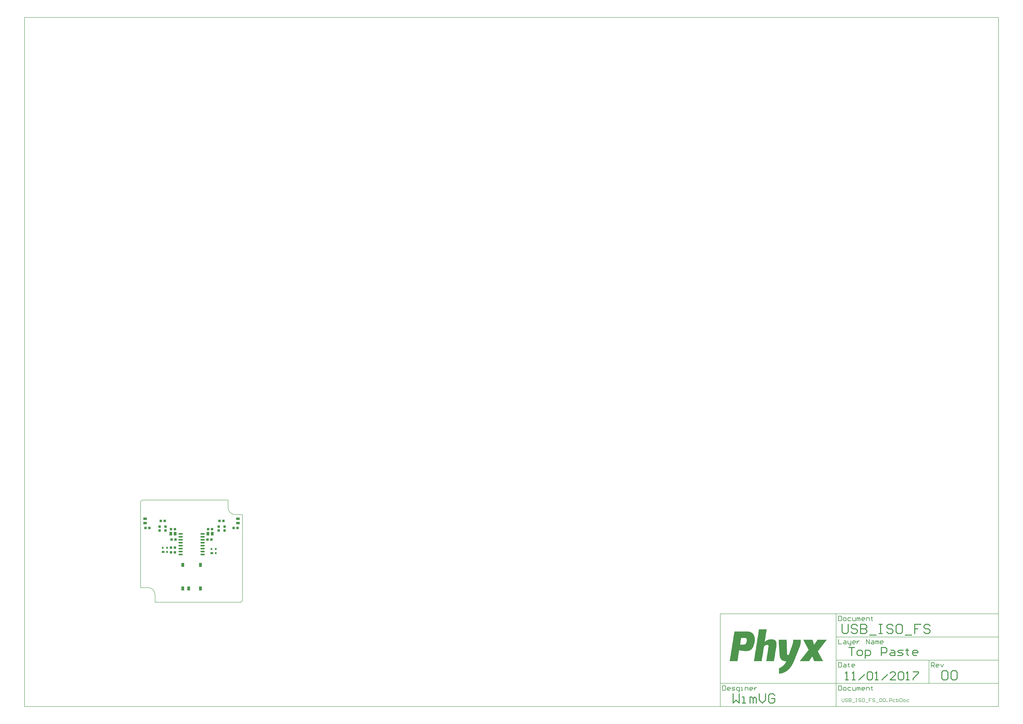
<source format=gtp>
G04 Layer_Color=8421504*
%FSLAX25Y25*%
%MOIN*%
G70*
G01*
G75*
%ADD10O,0.07480X0.02362*%
%ADD11R,0.05906X0.03937*%
%ADD12R,0.04331X0.03937*%
%ADD13R,0.03937X0.04331*%
%ADD14R,0.05118X0.05906*%
%ADD15R,0.03150X0.03543*%
%ADD16R,0.04724X0.03543*%
%ADD17R,0.04724X0.07087*%
%ADD18C,0.00787*%
%ADD20C,0.01575*%
%ADD21C,0.00591*%
%ADD22C,0.00984*%
G36*
X1034465Y-150646D02*
Y-150933D01*
Y-151219D01*
Y-151505D01*
Y-151791D01*
Y-152078D01*
Y-152364D01*
Y-152650D01*
Y-152937D01*
Y-153223D01*
Y-153509D01*
Y-153796D01*
Y-154082D01*
Y-154368D01*
Y-154655D01*
Y-154941D01*
Y-155227D01*
Y-155514D01*
Y-155800D01*
Y-156086D01*
Y-156372D01*
X1034179D01*
Y-156659D01*
Y-156945D01*
Y-157231D01*
Y-157518D01*
Y-157804D01*
X1033893D01*
Y-158090D01*
Y-158377D01*
Y-158663D01*
Y-158949D01*
X1033607D01*
Y-159236D01*
Y-159522D01*
Y-159808D01*
Y-160094D01*
X1033320D01*
Y-160381D01*
Y-160667D01*
Y-160953D01*
X1033034D01*
Y-161240D01*
Y-161526D01*
Y-161812D01*
X1032747D01*
Y-162099D01*
Y-162385D01*
Y-162671D01*
X1032461D01*
Y-162958D01*
Y-163244D01*
Y-163530D01*
X1032175D01*
Y-163816D01*
Y-164103D01*
X1031889D01*
Y-164389D01*
Y-164675D01*
X1031602D01*
Y-164962D01*
Y-165248D01*
Y-165534D01*
X1031316D01*
Y-165821D01*
Y-166107D01*
X1031030D01*
Y-166393D01*
Y-166680D01*
Y-166966D01*
X1030743D01*
Y-167252D01*
Y-167539D01*
X1030457D01*
Y-167825D01*
Y-168111D01*
Y-168398D01*
X1030171D01*
Y-168684D01*
Y-168970D01*
X1029884D01*
Y-169256D01*
Y-169543D01*
Y-169829D01*
X1029598D01*
Y-170115D01*
Y-170402D01*
X1029312D01*
Y-170688D01*
Y-170974D01*
Y-171261D01*
X1029025D01*
Y-171547D01*
Y-171833D01*
X1028739D01*
Y-172120D01*
Y-172406D01*
Y-172692D01*
X1028453D01*
Y-172978D01*
Y-173265D01*
X1028166D01*
Y-173551D01*
Y-173837D01*
Y-174124D01*
X1027880D01*
Y-174410D01*
Y-174696D01*
X1027594D01*
Y-174983D01*
Y-175269D01*
Y-175555D01*
X1027308D01*
Y-175842D01*
Y-176128D01*
X1027021D01*
Y-176414D01*
Y-176701D01*
Y-176987D01*
X1026735D01*
Y-177273D01*
Y-177560D01*
X1026449D01*
Y-177846D01*
Y-178132D01*
Y-178419D01*
X1026162D01*
Y-178705D01*
Y-178991D01*
X1025876D01*
Y-179277D01*
Y-179564D01*
Y-179850D01*
X1025590D01*
Y-180136D01*
Y-180423D01*
X1025303D01*
Y-180709D01*
Y-180995D01*
Y-181282D01*
X1025017D01*
Y-181568D01*
Y-181854D01*
X1024731D01*
Y-182141D01*
Y-182427D01*
Y-182713D01*
X1024444D01*
Y-183000D01*
Y-183286D01*
X1024158D01*
Y-183572D01*
Y-183858D01*
Y-184145D01*
X1023872D01*
Y-184431D01*
Y-184717D01*
X1023586D01*
Y-185004D01*
Y-185290D01*
Y-185576D01*
X1023299D01*
Y-185863D01*
Y-186149D01*
X1023013D01*
Y-186435D01*
Y-186722D01*
Y-187008D01*
X1022727D01*
Y-187294D01*
Y-187581D01*
X1022440D01*
Y-187867D01*
Y-188153D01*
X1022154D01*
Y-188439D01*
Y-188726D01*
X1021868D01*
Y-189012D01*
Y-189298D01*
Y-189585D01*
X1021581D01*
Y-189871D01*
X1021295D01*
Y-190157D01*
Y-190444D01*
Y-190730D01*
X1021009D01*
Y-191016D01*
X1020722D01*
Y-191303D01*
Y-191589D01*
X1020436D01*
Y-191875D01*
Y-192162D01*
X1020150D01*
Y-192448D01*
Y-192734D01*
X1019864D01*
Y-193020D01*
Y-193307D01*
X1019577D01*
Y-193593D01*
X1019291D01*
Y-193879D01*
Y-194166D01*
X1019005D01*
Y-194452D01*
Y-194738D01*
X1018718D01*
Y-195025D01*
X1018432D01*
Y-195311D01*
X1018146D01*
Y-195597D01*
Y-195884D01*
X1017859D01*
Y-196170D01*
X1017573D01*
Y-196456D01*
Y-196742D01*
X1017287D01*
Y-197029D01*
X1017000D01*
Y-197315D01*
X1016714D01*
Y-197601D01*
Y-197888D01*
X1016428D01*
Y-198174D01*
X1016141D01*
Y-198460D01*
X1015855D01*
Y-198747D01*
X1015569D01*
Y-199033D01*
X1015283D01*
Y-199319D01*
Y-199606D01*
X1014996D01*
Y-199892D01*
X1014710D01*
Y-200178D01*
X1014423D01*
Y-200465D01*
X1014137D01*
Y-200751D01*
X1013851D01*
Y-201037D01*
X1013565D01*
Y-201324D01*
X1013278D01*
Y-201610D01*
X1012706D01*
Y-201896D01*
X1012419D01*
Y-202183D01*
X1012133D01*
Y-202469D01*
X1011847D01*
Y-202755D01*
X1011560D01*
Y-203041D01*
X1010988D01*
Y-203328D01*
X1010701D01*
Y-203614D01*
X1010129D01*
Y-203900D01*
X1009842D01*
Y-204187D01*
X1009270D01*
Y-204473D01*
X1008984D01*
Y-204759D01*
X1008411D01*
Y-205046D01*
X1007838D01*
Y-205332D01*
X1007266D01*
Y-205618D01*
X1006693D01*
Y-205905D01*
X1006120D01*
Y-206191D01*
X1005262D01*
Y-206477D01*
X1004689D01*
Y-206764D01*
X1003830D01*
Y-207050D01*
X1002685D01*
Y-207336D01*
X1001539D01*
Y-207622D01*
X999822D01*
Y-207909D01*
X997817D01*
Y-208195D01*
X997531D01*
Y-207909D01*
Y-207622D01*
Y-207336D01*
Y-207050D01*
Y-206764D01*
Y-206477D01*
Y-206191D01*
Y-205905D01*
Y-205618D01*
Y-205332D01*
Y-205046D01*
Y-204759D01*
Y-204473D01*
Y-204187D01*
Y-203900D01*
Y-203614D01*
Y-203328D01*
Y-203041D01*
Y-202755D01*
Y-202469D01*
Y-202183D01*
Y-201896D01*
Y-201610D01*
Y-201324D01*
Y-201037D01*
Y-200751D01*
Y-200465D01*
Y-200178D01*
Y-199892D01*
Y-199606D01*
Y-199319D01*
Y-199033D01*
Y-198747D01*
X998104D01*
Y-198460D01*
X998676D01*
Y-198174D01*
X999249D01*
Y-197888D01*
X999822D01*
Y-197601D01*
X1000394D01*
Y-197315D01*
X1000967D01*
Y-197029D01*
X1001253D01*
Y-196742D01*
X1001826D01*
Y-196456D01*
X1002112D01*
Y-196170D01*
X1002685D01*
Y-195884D01*
X1002971D01*
Y-195597D01*
X1003257D01*
Y-195311D01*
X1003830D01*
Y-195025D01*
X1004116D01*
Y-194738D01*
X1004403D01*
Y-194452D01*
X1004689D01*
Y-194166D01*
X1004975D01*
Y-193879D01*
X1005262D01*
Y-193593D01*
X1005548D01*
Y-193307D01*
X1005834D01*
Y-193020D01*
X1006120D01*
Y-192734D01*
X1006407D01*
Y-192448D01*
X1006693D01*
Y-192162D01*
X1006979D01*
Y-191875D01*
Y-191589D01*
X1007266D01*
Y-191303D01*
X1007552D01*
Y-191016D01*
X1007838D01*
Y-190730D01*
Y-190444D01*
X1008125D01*
Y-190157D01*
X1008411D01*
Y-189871D01*
Y-189585D01*
X1008697D01*
Y-189298D01*
Y-189012D01*
X1008984D01*
Y-188726D01*
X1009270D01*
Y-188439D01*
Y-188153D01*
X1009556D01*
Y-187867D01*
Y-187581D01*
X1009842D01*
Y-187294D01*
Y-187008D01*
X1008125D01*
Y-186722D01*
X1006120D01*
Y-186435D01*
X1004975D01*
Y-186149D01*
X1004403D01*
Y-185863D01*
X1003544D01*
Y-185576D01*
X1002971D01*
Y-185290D01*
X1002685D01*
Y-185004D01*
X1002112D01*
Y-184717D01*
X1001826D01*
Y-184431D01*
X1001539D01*
Y-184145D01*
X1001253D01*
Y-183858D01*
X1000967D01*
Y-183572D01*
X1000681D01*
Y-183286D01*
Y-183000D01*
X1000394D01*
Y-182713D01*
X1000108D01*
Y-182427D01*
Y-182141D01*
X999822D01*
Y-181854D01*
Y-181568D01*
X999535D01*
Y-181282D01*
Y-180995D01*
X999249D01*
Y-180709D01*
Y-180423D01*
Y-180136D01*
X998963D01*
Y-179850D01*
Y-179564D01*
Y-179277D01*
Y-178991D01*
X998676D01*
Y-178705D01*
Y-178419D01*
Y-178132D01*
Y-177846D01*
Y-177560D01*
Y-177273D01*
Y-176987D01*
X998390D01*
Y-176701D01*
Y-176414D01*
Y-176128D01*
Y-175842D01*
Y-175555D01*
Y-175269D01*
Y-174983D01*
Y-174696D01*
Y-174410D01*
Y-174124D01*
Y-173837D01*
Y-173551D01*
Y-173265D01*
Y-172978D01*
Y-172692D01*
X998104D01*
Y-172406D01*
Y-172120D01*
Y-171833D01*
Y-171547D01*
Y-171261D01*
Y-170974D01*
Y-170688D01*
Y-170402D01*
Y-170115D01*
Y-169829D01*
Y-169543D01*
Y-169256D01*
Y-168970D01*
Y-168684D01*
Y-168398D01*
X997817D01*
Y-168111D01*
Y-167825D01*
Y-167539D01*
Y-167252D01*
Y-166966D01*
Y-166680D01*
Y-166393D01*
Y-166107D01*
Y-165821D01*
Y-165534D01*
Y-165248D01*
Y-164962D01*
Y-164675D01*
Y-164389D01*
Y-164103D01*
Y-163816D01*
X997531D01*
Y-163530D01*
Y-163244D01*
Y-162958D01*
Y-162671D01*
Y-162385D01*
Y-162099D01*
Y-161812D01*
Y-161526D01*
Y-161240D01*
Y-160953D01*
Y-160667D01*
Y-160381D01*
Y-160094D01*
Y-159808D01*
Y-159522D01*
Y-159236D01*
X997245D01*
Y-158949D01*
Y-158663D01*
Y-158377D01*
Y-158090D01*
Y-157804D01*
Y-157518D01*
Y-157231D01*
Y-156945D01*
Y-156659D01*
Y-156372D01*
Y-156086D01*
Y-155800D01*
Y-155514D01*
Y-155227D01*
X996958D01*
Y-154941D01*
Y-154655D01*
Y-154368D01*
Y-154082D01*
Y-153796D01*
Y-153509D01*
Y-153223D01*
Y-152937D01*
Y-152650D01*
Y-152364D01*
Y-152078D01*
Y-151791D01*
Y-151505D01*
Y-151219D01*
Y-150933D01*
Y-150646D01*
X996672D01*
Y-150360D01*
X1010415D01*
Y-150646D01*
Y-150933D01*
Y-151219D01*
Y-151505D01*
Y-151791D01*
Y-152078D01*
Y-152364D01*
Y-152650D01*
Y-152937D01*
Y-153223D01*
Y-153509D01*
Y-153796D01*
Y-154082D01*
Y-154368D01*
X1010701D01*
Y-154655D01*
Y-154941D01*
Y-155227D01*
Y-155514D01*
Y-155800D01*
Y-156086D01*
Y-156372D01*
Y-156659D01*
Y-156945D01*
Y-157231D01*
Y-157518D01*
Y-157804D01*
Y-158090D01*
Y-158377D01*
Y-158663D01*
Y-158949D01*
Y-159236D01*
Y-159522D01*
Y-159808D01*
Y-160094D01*
Y-160381D01*
Y-160667D01*
Y-160953D01*
Y-161240D01*
Y-161526D01*
Y-161812D01*
Y-162099D01*
Y-162385D01*
Y-162671D01*
Y-162958D01*
Y-163244D01*
Y-163530D01*
Y-163816D01*
Y-164103D01*
Y-164389D01*
Y-164675D01*
Y-164962D01*
Y-165248D01*
Y-165534D01*
Y-165821D01*
Y-166107D01*
X1010988D01*
Y-166393D01*
X1010701D01*
Y-166680D01*
Y-166966D01*
X1010988D01*
Y-167252D01*
Y-167539D01*
Y-167825D01*
Y-168111D01*
Y-168398D01*
Y-168684D01*
Y-168970D01*
Y-169256D01*
Y-169543D01*
Y-169829D01*
Y-170115D01*
Y-170402D01*
Y-170688D01*
Y-170974D01*
Y-171261D01*
Y-171547D01*
Y-171833D01*
Y-172120D01*
Y-172406D01*
Y-172692D01*
Y-172978D01*
Y-173265D01*
Y-173551D01*
Y-173837D01*
Y-174124D01*
Y-174410D01*
X1011274D01*
Y-174696D01*
Y-174983D01*
Y-175269D01*
X1011560D01*
Y-175555D01*
X1011847D01*
Y-175842D01*
X1012133D01*
Y-176128D01*
X1012992D01*
Y-176414D01*
X1013851D01*
Y-176128D01*
X1014137D01*
Y-175842D01*
Y-175555D01*
Y-175269D01*
X1014423D01*
Y-174983D01*
Y-174696D01*
X1014710D01*
Y-174410D01*
Y-174124D01*
Y-173837D01*
X1014996D01*
Y-173551D01*
Y-173265D01*
Y-172978D01*
X1015283D01*
Y-172692D01*
Y-172406D01*
Y-172120D01*
X1015569D01*
Y-171833D01*
Y-171547D01*
Y-171261D01*
X1015855D01*
Y-170974D01*
Y-170688D01*
X1016141D01*
Y-170402D01*
Y-170115D01*
Y-169829D01*
X1016428D01*
Y-169543D01*
Y-169256D01*
Y-168970D01*
X1016714D01*
Y-168684D01*
Y-168398D01*
Y-168111D01*
X1017000D01*
Y-167825D01*
Y-167539D01*
X1017287D01*
Y-167252D01*
Y-166966D01*
Y-166680D01*
X1017573D01*
Y-166393D01*
Y-166107D01*
Y-165821D01*
X1017859D01*
Y-165534D01*
Y-165248D01*
Y-164962D01*
X1018146D01*
Y-164675D01*
Y-164389D01*
X1018432D01*
Y-164103D01*
Y-163816D01*
Y-163530D01*
X1018718D01*
Y-163244D01*
Y-162958D01*
Y-162671D01*
X1019005D01*
Y-162385D01*
Y-162099D01*
Y-161812D01*
X1019291D01*
Y-161526D01*
Y-161240D01*
X1019577D01*
Y-160953D01*
Y-160667D01*
Y-160381D01*
X1019864D01*
Y-160094D01*
Y-159808D01*
Y-159522D01*
X1020150D01*
Y-159236D01*
Y-158949D01*
Y-158663D01*
X1020436D01*
Y-158377D01*
Y-158090D01*
Y-157804D01*
Y-157518D01*
X1020722D01*
Y-157231D01*
Y-156945D01*
Y-156659D01*
Y-156372D01*
X1021009D01*
Y-156086D01*
Y-155800D01*
Y-155514D01*
Y-155227D01*
Y-154941D01*
X1021295D01*
Y-154655D01*
Y-154368D01*
Y-154082D01*
Y-153796D01*
Y-153509D01*
Y-153223D01*
X1021581D01*
Y-152937D01*
Y-152650D01*
Y-152364D01*
Y-152078D01*
Y-151791D01*
Y-151505D01*
Y-151219D01*
Y-150933D01*
Y-150646D01*
Y-150360D01*
X1034465D01*
Y-150646D01*
D02*
G37*
G36*
X976630Y-133181D02*
Y-133467D01*
X976344D01*
Y-133754D01*
Y-134040D01*
Y-134326D01*
Y-134613D01*
Y-134899D01*
Y-135185D01*
X976058D01*
Y-135472D01*
Y-135758D01*
Y-136044D01*
Y-136330D01*
Y-136617D01*
Y-136903D01*
X975771D01*
Y-137189D01*
Y-137476D01*
Y-137762D01*
Y-138048D01*
Y-138335D01*
Y-138621D01*
Y-138907D01*
X975485D01*
Y-139194D01*
Y-139480D01*
Y-139766D01*
Y-140053D01*
Y-140339D01*
Y-140625D01*
X975199D01*
Y-140911D01*
Y-141198D01*
Y-141484D01*
Y-141771D01*
Y-142057D01*
Y-142343D01*
X974912D01*
Y-142629D01*
Y-142916D01*
Y-143202D01*
Y-143488D01*
Y-143775D01*
Y-144061D01*
Y-144347D01*
X974626D01*
Y-144634D01*
Y-144920D01*
Y-145206D01*
Y-145492D01*
Y-145779D01*
Y-146065D01*
X974340D01*
Y-146352D01*
Y-146638D01*
Y-146924D01*
Y-147210D01*
Y-147497D01*
Y-147783D01*
X974053D01*
Y-148069D01*
Y-148356D01*
Y-148642D01*
Y-148928D01*
Y-149215D01*
Y-149501D01*
X973767D01*
Y-149787D01*
Y-150074D01*
Y-150360D01*
Y-150646D01*
Y-150933D01*
Y-151219D01*
Y-151505D01*
X973481D01*
Y-151791D01*
Y-152078D01*
Y-152364D01*
Y-152650D01*
Y-152937D01*
Y-153223D01*
X973195D01*
Y-153509D01*
Y-153796D01*
X973767D01*
Y-153509D01*
X974053D01*
Y-153223D01*
X974340D01*
Y-152937D01*
X974912D01*
Y-152650D01*
X975199D01*
Y-152364D01*
X975485D01*
Y-152078D01*
X976058D01*
Y-151791D01*
X976630D01*
Y-151505D01*
X976917D01*
Y-151219D01*
X977489D01*
Y-150933D01*
X978348D01*
Y-150646D01*
X978921D01*
Y-150360D01*
X979780D01*
Y-150074D01*
X981211D01*
Y-149787D01*
X987510D01*
Y-150074D01*
X988655D01*
Y-150360D01*
X989514D01*
Y-150646D01*
X990087D01*
Y-150933D01*
X990373D01*
Y-151219D01*
X990946D01*
Y-151505D01*
X991232D01*
Y-151791D01*
X991518D01*
Y-152078D01*
X991805D01*
Y-152364D01*
X992091D01*
Y-152650D01*
Y-152937D01*
X992377D01*
Y-153223D01*
Y-153509D01*
X992664D01*
Y-153796D01*
Y-154082D01*
Y-154368D01*
X992950D01*
Y-154655D01*
Y-154941D01*
Y-155227D01*
Y-155514D01*
X993236D01*
Y-155800D01*
Y-156086D01*
Y-156372D01*
Y-156659D01*
Y-156945D01*
Y-157231D01*
Y-157518D01*
Y-157804D01*
Y-158090D01*
Y-158377D01*
Y-158663D01*
Y-158949D01*
Y-159236D01*
Y-159522D01*
Y-159808D01*
Y-160094D01*
Y-160381D01*
Y-160667D01*
X992950D01*
Y-160953D01*
Y-161240D01*
Y-161526D01*
Y-161812D01*
Y-162099D01*
Y-162385D01*
Y-162671D01*
X992664D01*
Y-162958D01*
Y-163244D01*
Y-163530D01*
Y-163816D01*
Y-164103D01*
Y-164389D01*
Y-164675D01*
X992377D01*
Y-164962D01*
Y-165248D01*
Y-165534D01*
Y-165821D01*
Y-166107D01*
Y-166393D01*
X992091D01*
Y-166680D01*
Y-166966D01*
Y-167252D01*
Y-167539D01*
Y-167825D01*
Y-168111D01*
X991805D01*
Y-168398D01*
Y-168684D01*
Y-168970D01*
Y-169256D01*
Y-169543D01*
Y-169829D01*
X991518D01*
Y-170115D01*
Y-170402D01*
Y-170688D01*
Y-170974D01*
Y-171261D01*
Y-171547D01*
Y-171833D01*
X991232D01*
Y-172120D01*
Y-172406D01*
Y-172692D01*
Y-172978D01*
Y-173265D01*
Y-173551D01*
X990946D01*
Y-173837D01*
Y-174124D01*
Y-174410D01*
Y-174696D01*
Y-174983D01*
Y-175269D01*
X990660D01*
Y-175555D01*
Y-175842D01*
Y-176128D01*
Y-176414D01*
Y-176701D01*
Y-176987D01*
Y-177273D01*
X990373D01*
Y-177560D01*
Y-177846D01*
Y-178132D01*
Y-178419D01*
Y-178705D01*
Y-178991D01*
X990087D01*
Y-179277D01*
Y-179564D01*
Y-179850D01*
Y-180136D01*
Y-180423D01*
Y-180709D01*
X989801D01*
Y-180995D01*
Y-181282D01*
Y-181568D01*
Y-181854D01*
Y-182141D01*
Y-182427D01*
X989514D01*
Y-182713D01*
Y-183000D01*
Y-183286D01*
Y-183572D01*
Y-183858D01*
Y-184145D01*
Y-184431D01*
X989228D01*
Y-184717D01*
Y-185004D01*
Y-185290D01*
Y-185576D01*
Y-185863D01*
Y-186149D01*
X988942D01*
Y-186435D01*
Y-186722D01*
X975771D01*
Y-186435D01*
Y-186149D01*
X976058D01*
Y-185863D01*
Y-185576D01*
Y-185290D01*
Y-185004D01*
Y-184717D01*
Y-184431D01*
X976344D01*
Y-184145D01*
Y-183858D01*
Y-183572D01*
Y-183286D01*
Y-183000D01*
Y-182713D01*
Y-182427D01*
X976630D01*
Y-182141D01*
Y-181854D01*
Y-181568D01*
Y-181282D01*
Y-180995D01*
Y-180709D01*
X976917D01*
Y-180423D01*
Y-180136D01*
Y-179850D01*
Y-179564D01*
Y-179277D01*
Y-178991D01*
X977203D01*
Y-178705D01*
Y-178419D01*
Y-178132D01*
Y-177846D01*
Y-177560D01*
Y-177273D01*
Y-176987D01*
X977489D01*
Y-176701D01*
Y-176414D01*
Y-176128D01*
Y-175842D01*
Y-175555D01*
Y-175269D01*
X977775D01*
Y-174983D01*
Y-174696D01*
Y-174410D01*
Y-174124D01*
Y-173837D01*
Y-173551D01*
Y-173265D01*
X978062D01*
Y-172978D01*
Y-172692D01*
Y-172406D01*
Y-172120D01*
Y-171833D01*
Y-171547D01*
X978348D01*
Y-171261D01*
Y-170974D01*
Y-170688D01*
Y-170402D01*
Y-170115D01*
Y-169829D01*
X978634D01*
Y-169543D01*
Y-169256D01*
Y-168970D01*
Y-168684D01*
Y-168398D01*
Y-168111D01*
X978921D01*
Y-167825D01*
Y-167539D01*
Y-167252D01*
Y-166966D01*
Y-166680D01*
Y-166393D01*
Y-166107D01*
X979207D01*
Y-165821D01*
Y-165534D01*
Y-165248D01*
Y-164962D01*
Y-164675D01*
Y-164389D01*
X979493D01*
Y-164103D01*
Y-163816D01*
Y-163530D01*
Y-163244D01*
Y-162958D01*
Y-162671D01*
Y-162385D01*
X979780D01*
Y-162099D01*
Y-161812D01*
Y-161526D01*
Y-161240D01*
Y-160953D01*
Y-160667D01*
X979493D01*
Y-160381D01*
Y-160094D01*
X979207D01*
Y-159808D01*
X978921D01*
Y-159522D01*
X978348D01*
Y-159236D01*
X976630D01*
Y-159522D01*
X975199D01*
Y-159808D01*
X974340D01*
Y-160094D01*
X973767D01*
Y-160381D01*
X973481D01*
Y-160667D01*
X972908D01*
Y-160953D01*
X972622D01*
Y-161240D01*
X972336D01*
Y-161526D01*
Y-161812D01*
X972049D01*
Y-162099D01*
Y-162385D01*
Y-162671D01*
X971763D01*
Y-162958D01*
Y-163244D01*
Y-163530D01*
Y-163816D01*
Y-164103D01*
Y-164389D01*
X971477D01*
Y-164675D01*
Y-164962D01*
Y-165248D01*
Y-165534D01*
Y-165821D01*
Y-166107D01*
Y-166393D01*
X971190D01*
Y-166680D01*
Y-166966D01*
Y-167252D01*
Y-167539D01*
Y-167825D01*
Y-168111D01*
X970904D01*
Y-168398D01*
Y-168684D01*
Y-168970D01*
Y-169256D01*
Y-169543D01*
Y-169829D01*
X970618D01*
Y-170115D01*
Y-170402D01*
Y-170688D01*
Y-170974D01*
Y-171261D01*
Y-171547D01*
X970331D01*
Y-171833D01*
Y-172120D01*
Y-172406D01*
Y-172692D01*
Y-172978D01*
Y-173265D01*
Y-173551D01*
X970045D01*
Y-173837D01*
Y-174124D01*
Y-174410D01*
Y-174696D01*
Y-174983D01*
Y-175269D01*
X969759D01*
Y-175555D01*
Y-175842D01*
Y-176128D01*
Y-176414D01*
Y-176701D01*
Y-176987D01*
X969472D01*
Y-177273D01*
Y-177560D01*
Y-177846D01*
Y-178132D01*
Y-178419D01*
Y-178705D01*
Y-178991D01*
X969186D01*
Y-179277D01*
Y-179564D01*
Y-179850D01*
Y-180136D01*
Y-180423D01*
Y-180709D01*
X968900D01*
Y-180995D01*
Y-181282D01*
Y-181568D01*
Y-181854D01*
Y-182141D01*
Y-182427D01*
X968614D01*
Y-182713D01*
Y-183000D01*
Y-183286D01*
Y-183572D01*
Y-183858D01*
Y-184145D01*
X968327D01*
Y-184431D01*
Y-184717D01*
Y-185004D01*
Y-185290D01*
Y-185576D01*
Y-185863D01*
Y-186149D01*
X968041D01*
Y-186435D01*
Y-186722D01*
X954870D01*
Y-186435D01*
Y-186149D01*
X955157D01*
Y-185863D01*
Y-185576D01*
Y-185290D01*
Y-185004D01*
Y-184717D01*
Y-184431D01*
Y-184145D01*
X955443D01*
Y-183858D01*
Y-183572D01*
Y-183286D01*
Y-183000D01*
Y-182713D01*
Y-182427D01*
X955729D01*
Y-182141D01*
Y-181854D01*
Y-181568D01*
Y-181282D01*
Y-180995D01*
Y-180709D01*
X956016D01*
Y-180423D01*
Y-180136D01*
Y-179850D01*
Y-179564D01*
Y-179277D01*
Y-178991D01*
Y-178705D01*
X956302D01*
Y-178419D01*
Y-178132D01*
Y-177846D01*
Y-177560D01*
Y-177273D01*
Y-176987D01*
X956588D01*
Y-176701D01*
Y-176414D01*
Y-176128D01*
Y-175842D01*
Y-175555D01*
Y-175269D01*
X956875D01*
Y-174983D01*
Y-174696D01*
Y-174410D01*
Y-174124D01*
Y-173837D01*
Y-173551D01*
X957161D01*
Y-173265D01*
Y-172978D01*
Y-172692D01*
Y-172406D01*
Y-172120D01*
Y-171833D01*
Y-171547D01*
X957447D01*
Y-171261D01*
Y-170974D01*
Y-170688D01*
Y-170402D01*
Y-170115D01*
Y-169829D01*
X957734D01*
Y-169543D01*
Y-169256D01*
Y-168970D01*
Y-168684D01*
Y-168398D01*
Y-168111D01*
X958020D01*
Y-167825D01*
Y-167539D01*
Y-167252D01*
Y-166966D01*
Y-166680D01*
Y-166393D01*
Y-166107D01*
X958306D01*
Y-165821D01*
Y-165534D01*
Y-165248D01*
Y-164962D01*
Y-164675D01*
Y-164389D01*
X958593D01*
Y-164103D01*
Y-163816D01*
Y-163530D01*
Y-163244D01*
Y-162958D01*
Y-162671D01*
X958879D01*
Y-162385D01*
Y-162099D01*
Y-161812D01*
Y-161526D01*
Y-161240D01*
Y-160953D01*
X959165D01*
Y-160667D01*
Y-160381D01*
Y-160094D01*
Y-159808D01*
Y-159522D01*
Y-159236D01*
Y-158949D01*
X959451D01*
Y-158663D01*
Y-158377D01*
Y-158090D01*
Y-157804D01*
Y-157518D01*
Y-157231D01*
X959738D01*
Y-156945D01*
Y-156659D01*
Y-156372D01*
Y-156086D01*
Y-155800D01*
Y-155514D01*
X960024D01*
Y-155227D01*
Y-154941D01*
Y-154655D01*
Y-154368D01*
Y-154082D01*
Y-153796D01*
X960310D01*
Y-153509D01*
Y-153223D01*
Y-152937D01*
Y-152650D01*
Y-152364D01*
Y-152078D01*
Y-151791D01*
X960597D01*
Y-151505D01*
Y-151219D01*
Y-150933D01*
Y-150646D01*
Y-150360D01*
Y-150074D01*
X960883D01*
Y-149787D01*
Y-149501D01*
Y-149215D01*
Y-148928D01*
Y-148642D01*
Y-148356D01*
X961169D01*
Y-148069D01*
Y-147783D01*
Y-147497D01*
Y-147210D01*
Y-146924D01*
Y-146638D01*
Y-146352D01*
X961456D01*
Y-146065D01*
Y-145779D01*
Y-145492D01*
Y-145206D01*
Y-144920D01*
Y-144634D01*
X961742D01*
Y-144347D01*
Y-144061D01*
Y-143775D01*
Y-143488D01*
Y-143202D01*
Y-142916D01*
X962028D01*
Y-142629D01*
Y-142343D01*
Y-142057D01*
Y-141771D01*
Y-141484D01*
Y-141198D01*
X962315D01*
Y-140911D01*
Y-140625D01*
Y-140339D01*
Y-140053D01*
Y-139766D01*
Y-139480D01*
Y-139194D01*
X962601D01*
Y-138907D01*
Y-138621D01*
Y-138335D01*
Y-138048D01*
Y-137762D01*
Y-137476D01*
X962887D01*
Y-137189D01*
Y-136903D01*
Y-136617D01*
Y-136330D01*
Y-136044D01*
Y-135758D01*
X963173D01*
Y-135472D01*
Y-135185D01*
Y-134899D01*
Y-134613D01*
Y-134326D01*
Y-134040D01*
Y-133754D01*
X963460D01*
Y-133467D01*
Y-133181D01*
Y-132895D01*
X976630D01*
Y-133181D01*
D02*
G37*
G36*
X945422Y-136617D02*
X947140D01*
Y-136903D01*
X947999D01*
Y-137189D01*
X948858D01*
Y-137476D01*
X949717D01*
Y-137762D01*
X950289D01*
Y-138048D01*
X950576D01*
Y-138335D01*
X951148D01*
Y-138621D01*
X951435D01*
Y-138907D01*
X952007D01*
Y-139194D01*
X952294D01*
Y-139480D01*
X952580D01*
Y-139766D01*
X952866D01*
Y-140053D01*
X953153D01*
Y-140339D01*
X953439D01*
Y-140625D01*
X953725D01*
Y-140911D01*
Y-141198D01*
X954012D01*
Y-141484D01*
X954298D01*
Y-141771D01*
Y-142057D01*
X954584D01*
Y-142343D01*
X954870D01*
Y-142629D01*
Y-142916D01*
X955157D01*
Y-143202D01*
Y-143488D01*
Y-143775D01*
X955443D01*
Y-144061D01*
Y-144347D01*
Y-144634D01*
X955729D01*
Y-144920D01*
Y-145206D01*
Y-145492D01*
Y-145779D01*
X956016D01*
Y-146065D01*
Y-146352D01*
Y-146638D01*
Y-146924D01*
Y-147210D01*
X956302D01*
Y-147497D01*
Y-147783D01*
Y-148069D01*
Y-148356D01*
Y-148642D01*
Y-148928D01*
Y-149215D01*
Y-149501D01*
Y-149787D01*
Y-150074D01*
Y-150360D01*
Y-150646D01*
Y-150933D01*
Y-151219D01*
Y-151505D01*
Y-151791D01*
Y-152078D01*
Y-152364D01*
Y-152650D01*
Y-152937D01*
X956016D01*
Y-153223D01*
Y-153509D01*
Y-153796D01*
Y-154082D01*
Y-154368D01*
Y-154655D01*
Y-154941D01*
X955729D01*
Y-155227D01*
Y-155514D01*
Y-155800D01*
Y-156086D01*
Y-156372D01*
X955443D01*
Y-156659D01*
Y-156945D01*
Y-157231D01*
Y-157518D01*
Y-157804D01*
X955157D01*
Y-158090D01*
Y-158377D01*
Y-158663D01*
X954870D01*
Y-158949D01*
Y-159236D01*
Y-159522D01*
Y-159808D01*
X954584D01*
Y-160094D01*
Y-160381D01*
Y-160667D01*
X954298D01*
Y-160953D01*
Y-161240D01*
X954012D01*
Y-161526D01*
Y-161812D01*
Y-162099D01*
X953725D01*
Y-162385D01*
Y-162671D01*
X953439D01*
Y-162958D01*
Y-163244D01*
X953153D01*
Y-163530D01*
Y-163816D01*
X952866D01*
Y-164103D01*
X952580D01*
Y-164389D01*
Y-164675D01*
X952294D01*
Y-164962D01*
X952007D01*
Y-165248D01*
X951721D01*
Y-165534D01*
Y-165821D01*
X951435D01*
Y-166107D01*
X951148D01*
Y-166393D01*
X950862D01*
Y-166680D01*
X950576D01*
Y-166966D01*
X950289D01*
Y-167252D01*
X949717D01*
Y-167539D01*
X949430D01*
Y-167825D01*
X948858D01*
Y-168111D01*
X948572D01*
Y-168398D01*
X947999D01*
Y-168684D01*
X947140D01*
Y-168970D01*
X946281D01*
Y-169256D01*
X945422D01*
Y-169543D01*
X943704D01*
Y-169829D01*
X938551D01*
Y-169543D01*
X935974D01*
Y-169256D01*
X933970D01*
Y-168970D01*
X932538D01*
Y-168684D01*
X931106D01*
Y-168398D01*
X929675D01*
Y-168684D01*
Y-168970D01*
Y-169256D01*
Y-169543D01*
Y-169829D01*
Y-170115D01*
Y-170402D01*
X929389D01*
Y-170688D01*
Y-170974D01*
Y-171261D01*
Y-171547D01*
Y-171833D01*
Y-172120D01*
X929102D01*
Y-172406D01*
Y-172692D01*
Y-172978D01*
Y-173265D01*
Y-173551D01*
Y-173837D01*
X928816D01*
Y-174124D01*
Y-174410D01*
Y-174696D01*
Y-174983D01*
Y-175269D01*
Y-175555D01*
Y-175842D01*
X928530D01*
Y-176128D01*
Y-176414D01*
Y-176701D01*
Y-176987D01*
Y-177273D01*
Y-177560D01*
X928243D01*
Y-177846D01*
Y-178132D01*
Y-178419D01*
Y-178705D01*
Y-178991D01*
Y-179277D01*
X927957D01*
Y-179564D01*
Y-179850D01*
Y-180136D01*
Y-180423D01*
Y-180709D01*
Y-180995D01*
Y-181282D01*
X927671D01*
Y-181568D01*
Y-181854D01*
Y-182141D01*
Y-182427D01*
Y-182713D01*
Y-183000D01*
X927384D01*
Y-183286D01*
Y-183572D01*
Y-183858D01*
Y-184145D01*
Y-184431D01*
Y-184717D01*
X927098D01*
Y-185004D01*
Y-185290D01*
Y-185576D01*
Y-185863D01*
Y-186149D01*
Y-186435D01*
Y-186722D01*
X913641D01*
Y-186435D01*
X913928D01*
Y-186149D01*
Y-185863D01*
Y-185576D01*
Y-185290D01*
Y-185004D01*
X914214D01*
Y-184717D01*
Y-184431D01*
Y-184145D01*
Y-183858D01*
Y-183572D01*
Y-183286D01*
Y-183000D01*
X914500D01*
Y-182713D01*
Y-182427D01*
Y-182141D01*
Y-181854D01*
Y-181568D01*
Y-181282D01*
X914787D01*
Y-180995D01*
Y-180709D01*
Y-180423D01*
Y-180136D01*
Y-179850D01*
Y-179564D01*
X915073D01*
Y-179277D01*
Y-178991D01*
Y-178705D01*
Y-178419D01*
Y-178132D01*
Y-177846D01*
Y-177560D01*
X915359D01*
Y-177273D01*
Y-176987D01*
Y-176701D01*
Y-176414D01*
Y-176128D01*
Y-175842D01*
X915646D01*
Y-175555D01*
Y-175269D01*
Y-174983D01*
Y-174696D01*
Y-174410D01*
Y-174124D01*
X915932D01*
Y-173837D01*
Y-173551D01*
Y-173265D01*
Y-172978D01*
Y-172692D01*
Y-172406D01*
X916218D01*
Y-172120D01*
Y-171833D01*
Y-171547D01*
Y-171261D01*
Y-170974D01*
Y-170688D01*
Y-170402D01*
X916504D01*
Y-170115D01*
Y-169829D01*
Y-169543D01*
Y-169256D01*
Y-168970D01*
Y-168684D01*
X916791D01*
Y-168398D01*
Y-168111D01*
Y-167825D01*
Y-167539D01*
Y-167252D01*
Y-166966D01*
X917077D01*
Y-166680D01*
Y-166393D01*
Y-166107D01*
Y-165821D01*
Y-165534D01*
Y-165248D01*
X917363D01*
Y-164962D01*
Y-164675D01*
Y-164389D01*
Y-164103D01*
Y-163816D01*
Y-163530D01*
Y-163244D01*
X917650D01*
Y-162958D01*
Y-162671D01*
Y-162385D01*
Y-162099D01*
Y-161812D01*
Y-161526D01*
X917936D01*
Y-161240D01*
Y-160953D01*
Y-160667D01*
Y-160381D01*
Y-160094D01*
Y-159808D01*
X918222D01*
Y-159522D01*
Y-159236D01*
Y-158949D01*
Y-158663D01*
Y-158377D01*
Y-158090D01*
Y-157804D01*
X918509D01*
Y-157518D01*
Y-157231D01*
Y-156945D01*
Y-156659D01*
Y-156372D01*
Y-156086D01*
X918795D01*
Y-155800D01*
Y-155514D01*
Y-155227D01*
Y-154941D01*
Y-154655D01*
Y-154368D01*
X919081D01*
Y-154082D01*
Y-153796D01*
Y-153509D01*
Y-153223D01*
Y-152937D01*
Y-152650D01*
X919368D01*
Y-152364D01*
Y-152078D01*
Y-151791D01*
Y-151505D01*
Y-151219D01*
Y-150933D01*
Y-150646D01*
X919654D01*
Y-150360D01*
Y-150074D01*
Y-149787D01*
Y-149501D01*
Y-149215D01*
Y-148928D01*
X919940D01*
Y-148642D01*
Y-148356D01*
Y-148069D01*
Y-147783D01*
Y-147497D01*
Y-147210D01*
X920227D01*
Y-146924D01*
Y-146638D01*
Y-146352D01*
Y-146065D01*
Y-145779D01*
Y-145492D01*
Y-145206D01*
X920513D01*
Y-144920D01*
Y-144634D01*
Y-144347D01*
Y-144061D01*
Y-143775D01*
Y-143488D01*
X920799D01*
Y-143202D01*
Y-142916D01*
Y-142629D01*
Y-142343D01*
Y-142057D01*
Y-141771D01*
X921085D01*
Y-141484D01*
Y-141198D01*
Y-140911D01*
Y-140625D01*
Y-140339D01*
Y-140053D01*
Y-139766D01*
X921372D01*
Y-139480D01*
Y-139194D01*
Y-138907D01*
Y-138621D01*
Y-138335D01*
Y-138048D01*
X921658D01*
Y-137762D01*
Y-137476D01*
Y-137189D01*
Y-136903D01*
Y-136617D01*
Y-136330D01*
X945422D01*
Y-136617D01*
D02*
G37*
G36*
X1078558Y-150646D02*
X1078271D01*
Y-150933D01*
X1077985D01*
Y-151219D01*
Y-151505D01*
X1077699D01*
Y-151791D01*
X1077412D01*
Y-152078D01*
X1077126D01*
Y-152364D01*
Y-152650D01*
X1076840D01*
Y-152937D01*
X1076553D01*
Y-153223D01*
X1076267D01*
Y-153509D01*
X1075981D01*
Y-153796D01*
Y-154082D01*
X1075694D01*
Y-154368D01*
X1075408D01*
Y-154655D01*
X1075122D01*
Y-154941D01*
Y-155227D01*
X1074835D01*
Y-155514D01*
X1074549D01*
Y-155800D01*
X1074263D01*
Y-156086D01*
X1073977D01*
Y-156372D01*
Y-156659D01*
X1073690D01*
Y-156945D01*
X1073404D01*
Y-157231D01*
X1073118D01*
Y-157518D01*
Y-157804D01*
X1072831D01*
Y-158090D01*
X1072545D01*
Y-158377D01*
X1072259D01*
Y-158663D01*
Y-158949D01*
X1071972D01*
Y-159236D01*
X1071686D01*
Y-159522D01*
X1071400D01*
Y-159808D01*
X1071113D01*
Y-160094D01*
Y-160381D01*
X1070827D01*
Y-160667D01*
X1070541D01*
Y-160953D01*
X1070255D01*
Y-161240D01*
Y-161526D01*
X1069968D01*
Y-161812D01*
X1069682D01*
Y-162099D01*
X1069396D01*
Y-162385D01*
Y-162671D01*
X1069109D01*
Y-162958D01*
X1068823D01*
Y-163244D01*
X1068537D01*
Y-163530D01*
X1068250D01*
Y-163816D01*
Y-164103D01*
X1067964D01*
Y-164389D01*
X1067678D01*
Y-164675D01*
X1067391D01*
Y-164962D01*
Y-165248D01*
X1067105D01*
Y-165534D01*
X1066819D01*
Y-165821D01*
X1066533D01*
Y-166107D01*
Y-166393D01*
X1066246D01*
Y-166680D01*
X1065960D01*
Y-166966D01*
X1065674D01*
Y-167252D01*
X1065387D01*
Y-167539D01*
Y-167825D01*
X1065101D01*
Y-168111D01*
X1064815D01*
Y-168398D01*
X1064528D01*
Y-168684D01*
Y-168970D01*
X1064242D01*
Y-169256D01*
X1063956D01*
Y-169543D01*
X1063669D01*
Y-169829D01*
X1063383D01*
Y-170115D01*
Y-170402D01*
X1063669D01*
Y-170688D01*
Y-170974D01*
X1063956D01*
Y-171261D01*
Y-171547D01*
X1064242D01*
Y-171833D01*
X1064528D01*
Y-172120D01*
Y-172406D01*
X1064815D01*
Y-172692D01*
Y-172978D01*
X1065101D01*
Y-173265D01*
Y-173551D01*
X1065387D01*
Y-173837D01*
Y-174124D01*
X1065674D01*
Y-174410D01*
Y-174696D01*
X1065960D01*
Y-174983D01*
Y-175269D01*
X1066246D01*
Y-175555D01*
Y-175842D01*
X1066533D01*
Y-176128D01*
Y-176414D01*
X1066819D01*
Y-176701D01*
X1067105D01*
Y-176987D01*
Y-177273D01*
X1067391D01*
Y-177560D01*
Y-177846D01*
X1067678D01*
Y-178132D01*
Y-178419D01*
X1067964D01*
Y-178705D01*
Y-178991D01*
X1068250D01*
Y-179277D01*
Y-179564D01*
X1068537D01*
Y-179850D01*
Y-180136D01*
X1068823D01*
Y-180423D01*
Y-180709D01*
X1069109D01*
Y-180995D01*
X1069396D01*
Y-181282D01*
Y-181568D01*
X1069682D01*
Y-181854D01*
Y-182141D01*
X1069968D01*
Y-182427D01*
Y-182713D01*
X1070255D01*
Y-183000D01*
Y-183286D01*
X1070541D01*
Y-183572D01*
Y-183858D01*
X1070827D01*
Y-184145D01*
Y-184431D01*
X1071113D01*
Y-184717D01*
Y-185004D01*
X1071400D01*
Y-185290D01*
X1071686D01*
Y-185576D01*
Y-185863D01*
X1071972D01*
Y-186149D01*
Y-186435D01*
X1072259D01*
Y-186722D01*
X1057084D01*
Y-186435D01*
X1056798D01*
Y-186149D01*
Y-185863D01*
Y-185576D01*
X1056511D01*
Y-185290D01*
Y-185004D01*
Y-184717D01*
X1056225D01*
Y-184431D01*
Y-184145D01*
X1055939D01*
Y-183858D01*
Y-183572D01*
Y-183286D01*
X1055653D01*
Y-183000D01*
Y-182713D01*
Y-182427D01*
X1055366D01*
Y-182141D01*
Y-181854D01*
X1055080D01*
Y-181568D01*
Y-181282D01*
Y-180995D01*
X1054794D01*
Y-180709D01*
Y-180423D01*
Y-180136D01*
X1054507D01*
Y-179850D01*
Y-179564D01*
Y-179277D01*
X1054221D01*
Y-178991D01*
X1053648D01*
Y-179277D01*
Y-179564D01*
X1053362D01*
Y-179850D01*
X1053076D01*
Y-180136D01*
Y-180423D01*
X1052789D01*
Y-180709D01*
X1052503D01*
Y-180995D01*
Y-181282D01*
X1052217D01*
Y-181568D01*
X1051931D01*
Y-181854D01*
Y-182141D01*
X1051644D01*
Y-182427D01*
X1051358D01*
Y-182713D01*
X1051072D01*
Y-183000D01*
Y-183286D01*
X1050785D01*
Y-183572D01*
X1050499D01*
Y-183858D01*
Y-184145D01*
X1050213D01*
Y-184431D01*
X1049926D01*
Y-184717D01*
Y-185004D01*
X1049640D01*
Y-185290D01*
X1049354D01*
Y-185576D01*
Y-185863D01*
X1049067D01*
Y-186149D01*
X1048781D01*
Y-186435D01*
Y-186722D01*
X1032747D01*
Y-186435D01*
X1033034D01*
Y-186149D01*
X1033320D01*
Y-185863D01*
X1033607D01*
Y-185576D01*
X1033893D01*
Y-185290D01*
Y-185004D01*
X1034179D01*
Y-184717D01*
X1034465D01*
Y-184431D01*
X1034752D01*
Y-184145D01*
X1035038D01*
Y-183858D01*
Y-183572D01*
X1035324D01*
Y-183286D01*
X1035611D01*
Y-183000D01*
X1035897D01*
Y-182713D01*
Y-182427D01*
X1036183D01*
Y-182141D01*
X1036470D01*
Y-181854D01*
X1036756D01*
Y-181568D01*
X1037042D01*
Y-181282D01*
Y-180995D01*
X1037329D01*
Y-180709D01*
X1037615D01*
Y-180423D01*
X1037901D01*
Y-180136D01*
X1038188D01*
Y-179850D01*
Y-179564D01*
X1038474D01*
Y-179277D01*
X1038760D01*
Y-178991D01*
X1039046D01*
Y-178705D01*
Y-178419D01*
X1039333D01*
Y-178132D01*
X1039619D01*
Y-177846D01*
X1039905D01*
Y-177560D01*
X1040192D01*
Y-177273D01*
Y-176987D01*
X1040478D01*
Y-176701D01*
X1040764D01*
Y-176414D01*
X1041051D01*
Y-176128D01*
Y-175842D01*
X1041337D01*
Y-175555D01*
X1041623D01*
Y-175269D01*
X1041910D01*
Y-174983D01*
X1042196D01*
Y-174696D01*
Y-174410D01*
X1042482D01*
Y-174124D01*
X1042768D01*
Y-173837D01*
X1043055D01*
Y-173551D01*
Y-173265D01*
X1043341D01*
Y-172978D01*
X1043627D01*
Y-172692D01*
X1043914D01*
Y-172406D01*
X1044200D01*
Y-172120D01*
Y-171833D01*
X1044486D01*
Y-171547D01*
X1044773D01*
Y-171261D01*
X1045059D01*
Y-170974D01*
X1045345D01*
Y-170688D01*
Y-170402D01*
X1045632D01*
Y-170115D01*
X1045918D01*
Y-169829D01*
X1046204D01*
Y-169543D01*
Y-169256D01*
X1046491D01*
Y-168970D01*
X1046777D01*
Y-168684D01*
X1047063D01*
Y-168398D01*
X1047349D01*
Y-168111D01*
Y-167825D01*
X1047636D01*
Y-167539D01*
Y-167252D01*
Y-166966D01*
X1047349D01*
Y-166680D01*
X1047063D01*
Y-166393D01*
Y-166107D01*
X1046777D01*
Y-165821D01*
Y-165534D01*
X1046491D01*
Y-165248D01*
Y-164962D01*
X1046204D01*
Y-164675D01*
Y-164389D01*
X1045918D01*
Y-164103D01*
Y-163816D01*
X1045632D01*
Y-163530D01*
Y-163244D01*
X1045345D01*
Y-162958D01*
X1045059D01*
Y-162671D01*
Y-162385D01*
X1044773D01*
Y-162099D01*
Y-161812D01*
X1044486D01*
Y-161526D01*
Y-161240D01*
X1044200D01*
Y-160953D01*
Y-160667D01*
X1043914D01*
Y-160381D01*
Y-160094D01*
X1043627D01*
Y-159808D01*
Y-159522D01*
X1043341D01*
Y-159236D01*
X1043055D01*
Y-158949D01*
Y-158663D01*
X1042768D01*
Y-158377D01*
Y-158090D01*
X1042482D01*
Y-157804D01*
Y-157518D01*
X1042196D01*
Y-157231D01*
Y-156945D01*
X1041910D01*
Y-156659D01*
Y-156372D01*
X1041623D01*
Y-156086D01*
Y-155800D01*
X1041337D01*
Y-155514D01*
Y-155227D01*
X1041051D01*
Y-154941D01*
X1040764D01*
Y-154655D01*
Y-154368D01*
X1040478D01*
Y-154082D01*
Y-153796D01*
X1040192D01*
Y-153509D01*
Y-153223D01*
X1039905D01*
Y-152937D01*
Y-152650D01*
X1039619D01*
Y-152364D01*
Y-152078D01*
X1039333D01*
Y-151791D01*
Y-151505D01*
X1039046D01*
Y-151219D01*
X1038760D01*
Y-150933D01*
Y-150646D01*
X1038474D01*
Y-150360D01*
X1054221D01*
Y-150646D01*
X1054507D01*
Y-150933D01*
Y-151219D01*
Y-151505D01*
X1054794D01*
Y-151791D01*
Y-152078D01*
Y-152364D01*
X1055080D01*
Y-152650D01*
Y-152937D01*
Y-153223D01*
X1055366D01*
Y-153509D01*
Y-153796D01*
Y-154082D01*
X1055653D01*
Y-154368D01*
Y-154655D01*
Y-154941D01*
X1055939D01*
Y-155227D01*
Y-155514D01*
Y-155800D01*
X1056225D01*
Y-156086D01*
Y-156372D01*
Y-156659D01*
X1056511D01*
Y-156945D01*
Y-157231D01*
Y-157518D01*
X1056798D01*
Y-157804D01*
Y-158090D01*
Y-158377D01*
Y-158663D01*
X1057370D01*
Y-158377D01*
X1057657D01*
Y-158090D01*
X1057943D01*
Y-157804D01*
Y-157518D01*
X1058229D01*
Y-157231D01*
X1058516D01*
Y-156945D01*
Y-156659D01*
X1058802D01*
Y-156372D01*
X1059088D01*
Y-156086D01*
Y-155800D01*
X1059375D01*
Y-155514D01*
X1059661D01*
Y-155227D01*
Y-154941D01*
X1059947D01*
Y-154655D01*
X1060234D01*
Y-154368D01*
Y-154082D01*
X1060520D01*
Y-153796D01*
X1060806D01*
Y-153509D01*
Y-153223D01*
X1061092D01*
Y-152937D01*
X1061379D01*
Y-152650D01*
Y-152364D01*
X1061665D01*
Y-152078D01*
X1061951D01*
Y-151791D01*
Y-151505D01*
X1062238D01*
Y-151219D01*
X1062524D01*
Y-150933D01*
Y-150646D01*
X1062810D01*
Y-150360D01*
X1078558D01*
Y-150646D01*
D02*
G37*
%LPC*%
G36*
X941127Y-147497D02*
X933111D01*
Y-147783D01*
Y-148069D01*
Y-148356D01*
Y-148642D01*
Y-148928D01*
X932824D01*
Y-149215D01*
Y-149501D01*
Y-149787D01*
Y-150074D01*
Y-150360D01*
Y-150646D01*
X932538D01*
Y-150933D01*
Y-151219D01*
Y-151505D01*
Y-151791D01*
Y-152078D01*
Y-152364D01*
X932252D01*
Y-152650D01*
Y-152937D01*
Y-153223D01*
Y-153509D01*
Y-153796D01*
Y-154082D01*
X931965D01*
Y-154368D01*
Y-154655D01*
Y-154941D01*
Y-155227D01*
Y-155514D01*
Y-155800D01*
Y-156086D01*
X931679D01*
Y-156372D01*
Y-156659D01*
Y-156945D01*
Y-157231D01*
Y-157518D01*
Y-157804D01*
X931393D01*
Y-158090D01*
Y-158377D01*
Y-158663D01*
X938551D01*
Y-158377D01*
X939696D01*
Y-158090D01*
X940269D01*
Y-157804D01*
X940555D01*
Y-157518D01*
X940841D01*
Y-157231D01*
X941127D01*
Y-156945D01*
X941414D01*
Y-156659D01*
Y-156372D01*
X941700D01*
Y-156086D01*
Y-155800D01*
X941986D01*
Y-155514D01*
Y-155227D01*
X942273D01*
Y-154941D01*
Y-154655D01*
Y-154368D01*
Y-154082D01*
X942559D01*
Y-153796D01*
Y-153509D01*
Y-153223D01*
Y-152937D01*
Y-152650D01*
X942845D01*
Y-152364D01*
Y-152078D01*
Y-151791D01*
Y-151505D01*
Y-151219D01*
Y-150933D01*
Y-150646D01*
Y-150360D01*
Y-150074D01*
Y-149787D01*
Y-149501D01*
X942559D01*
Y-149215D01*
Y-148928D01*
X942273D01*
Y-148642D01*
Y-148356D01*
X941986D01*
Y-148069D01*
X941700D01*
Y-147783D01*
X941127D01*
Y-147497D01*
D02*
G37*
%LPD*%
D10*
X-18701Y29311D02*
D03*
Y24311D02*
D03*
Y19311D02*
D03*
Y14311D02*
D03*
Y9311D02*
D03*
Y4311D02*
D03*
Y-689D02*
D03*
Y-5689D02*
D03*
X18701Y29311D02*
D03*
Y24311D02*
D03*
Y19311D02*
D03*
Y14311D02*
D03*
Y9311D02*
D03*
Y4311D02*
D03*
Y-689D02*
D03*
Y-5689D02*
D03*
D11*
X-78740Y54921D02*
D03*
Y47441D02*
D03*
X78740Y54921D02*
D03*
Y47441D02*
D03*
D12*
X71456Y39370D02*
D03*
X78149D02*
D03*
X27165Y19685D02*
D03*
X33858D02*
D03*
X-27165Y19685D02*
D03*
X-33858D02*
D03*
X-71456Y39370D02*
D03*
X-78149D02*
D03*
X-52166Y51181D02*
D03*
X-45473D02*
D03*
X47441D02*
D03*
X54133D02*
D03*
X-34843Y5905D02*
D03*
X-28150D02*
D03*
X-34843Y-1969D02*
D03*
X-28150D02*
D03*
X28149Y37401D02*
D03*
X34842D02*
D03*
X-28149Y37402D02*
D03*
X-34842D02*
D03*
D13*
X56103Y35039D02*
D03*
Y41732D02*
D03*
X46260Y35039D02*
D03*
Y41732D02*
D03*
X-44292Y41733D02*
D03*
Y35040D02*
D03*
X-54134Y41733D02*
D03*
Y35040D02*
D03*
D14*
X35236Y29528D02*
D03*
X27756D02*
D03*
X-35236D02*
D03*
X-27756D02*
D03*
D15*
X33662Y3543D02*
D03*
X41142D02*
D03*
Y-3543D02*
D03*
X-49015Y5512D02*
D03*
X-41535D02*
D03*
Y-1575D02*
D03*
D16*
X34449Y-3543D02*
D03*
X-48228Y-1575D02*
D03*
D17*
X15000Y-23307D02*
D03*
Y-63307D02*
D03*
X-5000D02*
D03*
X-15000D02*
D03*
Y-23307D02*
D03*
D18*
X-283465Y-263779D02*
X1370079D01*
X-283465D02*
Y905512D01*
X1370079Y-263779D02*
Y905512D01*
X-283465D02*
X1370079D01*
X1094488Y-263779D02*
Y-106299D01*
X897638Y-263779D02*
Y-106299D01*
X1370079D01*
X897638Y-224410D02*
X1370079D01*
X1094488Y-185039D02*
X1370079D01*
X1094488Y-145669D02*
X1370079D01*
X1251968Y-224410D02*
Y-185039D01*
X1104331Y-250002D02*
Y-254922D01*
X1105315Y-255906D01*
X1107283D01*
X1108266Y-254922D01*
Y-250002D01*
X1114170Y-250986D02*
X1113186Y-250002D01*
X1111218D01*
X1110234Y-250986D01*
Y-251970D01*
X1111218Y-252954D01*
X1113186D01*
X1114170Y-253938D01*
Y-254922D01*
X1113186Y-255906D01*
X1111218D01*
X1110234Y-254922D01*
X1116138Y-250002D02*
Y-255906D01*
X1119090D01*
X1120074Y-254922D01*
Y-253938D01*
X1119090Y-252954D01*
X1116138D01*
X1119090D01*
X1120074Y-251970D01*
Y-250986D01*
X1119090Y-250002D01*
X1116138D01*
X1122042Y-256889D02*
X1125977D01*
X1127945Y-250002D02*
X1129913D01*
X1128929D01*
Y-255906D01*
X1127945D01*
X1129913D01*
X1136800Y-250986D02*
X1135817Y-250002D01*
X1133849D01*
X1132865Y-250986D01*
Y-251970D01*
X1133849Y-252954D01*
X1135817D01*
X1136800Y-253938D01*
Y-254922D01*
X1135817Y-255906D01*
X1133849D01*
X1132865Y-254922D01*
X1141720Y-250002D02*
X1139752D01*
X1138768Y-250986D01*
Y-254922D01*
X1139752Y-255906D01*
X1141720D01*
X1142704Y-254922D01*
Y-250986D01*
X1141720Y-250002D01*
X1144672Y-256889D02*
X1148608D01*
X1154511Y-250002D02*
X1150576D01*
Y-252954D01*
X1152543D01*
X1150576D01*
Y-255906D01*
X1160415Y-250986D02*
X1159431Y-250002D01*
X1157463D01*
X1156479Y-250986D01*
Y-251970D01*
X1157463Y-252954D01*
X1159431D01*
X1160415Y-253938D01*
Y-254922D01*
X1159431Y-255906D01*
X1157463D01*
X1156479Y-254922D01*
X1162383Y-256889D02*
X1166319D01*
X1168286Y-250986D02*
X1169270Y-250002D01*
X1171238D01*
X1172222Y-250986D01*
Y-254922D01*
X1171238Y-255906D01*
X1169270D01*
X1168286Y-254922D01*
Y-250986D01*
X1174190D02*
X1175174Y-250002D01*
X1177142D01*
X1178126Y-250986D01*
Y-254922D01*
X1177142Y-255906D01*
X1175174D01*
X1174190Y-254922D01*
Y-250986D01*
X1180094Y-255906D02*
Y-254922D01*
X1181077D01*
Y-255906D01*
X1180094D01*
X1185013D02*
Y-250002D01*
X1187965D01*
X1188949Y-250986D01*
Y-252954D01*
X1187965Y-253938D01*
X1185013D01*
X1194853Y-251970D02*
X1191901D01*
X1190917Y-252954D01*
Y-254922D01*
X1191901Y-255906D01*
X1194853D01*
X1196820Y-250002D02*
Y-255906D01*
X1199772D01*
X1200756Y-254922D01*
Y-253938D01*
Y-252954D01*
X1199772Y-251970D01*
X1196820D01*
X1202724Y-250002D02*
Y-255906D01*
X1205676D01*
X1206660Y-254922D01*
Y-250986D01*
X1205676Y-250002D01*
X1202724D01*
X1209612Y-255906D02*
X1211579D01*
X1212563Y-254922D01*
Y-252954D01*
X1211579Y-251970D01*
X1209612D01*
X1208628Y-252954D01*
Y-254922D01*
X1209612Y-255906D01*
X1218467Y-251970D02*
X1215515D01*
X1214531Y-252954D01*
Y-254922D01*
X1215515Y-255906D01*
X1218467D01*
D20*
X1116142Y-163390D02*
X1125325D01*
X1120733D01*
Y-177165D01*
X1132213D02*
X1136804D01*
X1139100Y-174870D01*
Y-170278D01*
X1136804Y-167982D01*
X1132213D01*
X1129917Y-170278D01*
Y-174870D01*
X1132213Y-177165D01*
X1143692Y-181757D02*
Y-167982D01*
X1150579D01*
X1152875Y-170278D01*
Y-174870D01*
X1150579Y-177165D01*
X1143692D01*
X1171242D02*
Y-163390D01*
X1178130D01*
X1180425Y-165686D01*
Y-170278D01*
X1178130Y-172574D01*
X1171242D01*
X1187313Y-167982D02*
X1191905D01*
X1194201Y-170278D01*
Y-177165D01*
X1187313D01*
X1185017Y-174870D01*
X1187313Y-172574D01*
X1194201D01*
X1198792Y-177165D02*
X1205680D01*
X1207976Y-174870D01*
X1205680Y-172574D01*
X1201088D01*
X1198792Y-170278D01*
X1201088Y-167982D01*
X1207976D01*
X1214863Y-165686D02*
Y-167982D01*
X1212567D01*
X1217159D01*
X1214863D01*
Y-174870D01*
X1217159Y-177165D01*
X1230934D02*
X1226342D01*
X1224047Y-174870D01*
Y-170278D01*
X1226342Y-167982D01*
X1230934D01*
X1233230Y-170278D01*
Y-172574D01*
X1224047D01*
X1104331Y-124021D02*
Y-137140D01*
X1106954Y-139764D01*
X1112202D01*
X1114826Y-137140D01*
Y-124021D01*
X1130569Y-126645D02*
X1127945Y-124021D01*
X1122698D01*
X1120074Y-126645D01*
Y-129269D01*
X1122698Y-131892D01*
X1127945D01*
X1130569Y-134516D01*
Y-137140D01*
X1127945Y-139764D01*
X1122698D01*
X1120074Y-137140D01*
X1135817Y-124021D02*
Y-139764D01*
X1143688D01*
X1146312Y-137140D01*
Y-134516D01*
X1143688Y-131892D01*
X1135817D01*
X1143688D01*
X1146312Y-129269D01*
Y-126645D01*
X1143688Y-124021D01*
X1135817D01*
X1151560Y-142388D02*
X1162055D01*
X1167303Y-124021D02*
X1172550D01*
X1169926D01*
Y-139764D01*
X1167303D01*
X1172550D01*
X1190917Y-126645D02*
X1188293Y-124021D01*
X1183045D01*
X1180422Y-126645D01*
Y-129269D01*
X1183045Y-131892D01*
X1188293D01*
X1190917Y-134516D01*
Y-137140D01*
X1188293Y-139764D01*
X1183045D01*
X1180422Y-137140D01*
X1204036Y-124021D02*
X1198788D01*
X1196165Y-126645D01*
Y-137140D01*
X1198788Y-139764D01*
X1204036D01*
X1206660Y-137140D01*
Y-126645D01*
X1204036Y-124021D01*
X1211907Y-142388D02*
X1222403D01*
X1238146Y-124021D02*
X1227650D01*
Y-131892D01*
X1232898D01*
X1227650D01*
Y-139764D01*
X1253889Y-126645D02*
X1251265Y-124021D01*
X1246017D01*
X1243393Y-126645D01*
Y-129269D01*
X1246017Y-131892D01*
X1251265D01*
X1253889Y-134516D01*
Y-137140D01*
X1251265Y-139764D01*
X1246017D01*
X1243393Y-137140D01*
X1110236Y-218504D02*
X1114828D01*
X1112532D01*
Y-204729D01*
X1110236Y-207025D01*
X1121715Y-218504D02*
X1126307D01*
X1124011D01*
Y-204729D01*
X1121715Y-207025D01*
X1133195Y-218504D02*
X1142378Y-209321D01*
X1146970Y-207025D02*
X1149266Y-204729D01*
X1153857D01*
X1156153Y-207025D01*
Y-216208D01*
X1153857Y-218504D01*
X1149266D01*
X1146970Y-216208D01*
Y-207025D01*
X1160745Y-218504D02*
X1165337D01*
X1163041D01*
Y-204729D01*
X1160745Y-207025D01*
X1172224Y-218504D02*
X1181407Y-209321D01*
X1195183Y-218504D02*
X1185999D01*
X1195183Y-209321D01*
Y-207025D01*
X1192887Y-204729D01*
X1188295D01*
X1185999Y-207025D01*
X1199774D02*
X1202070Y-204729D01*
X1206662D01*
X1208958Y-207025D01*
Y-216208D01*
X1206662Y-218504D01*
X1202070D01*
X1199774Y-216208D01*
Y-207025D01*
X1213549Y-218504D02*
X1218141D01*
X1215845D01*
Y-204729D01*
X1213549Y-207025D01*
X1225029Y-204729D02*
X1234212D01*
Y-207025D01*
X1225029Y-216208D01*
Y-218504D01*
X1273622Y-205385D02*
X1276246Y-202761D01*
X1281493D01*
X1284117Y-205385D01*
Y-215880D01*
X1281493Y-218504D01*
X1276246D01*
X1273622Y-215880D01*
Y-205385D01*
X1289365D02*
X1291989Y-202761D01*
X1297236D01*
X1299860Y-205385D01*
Y-215880D01*
X1297236Y-218504D01*
X1291989D01*
X1289365Y-215880D01*
Y-205385D01*
X919291Y-242131D02*
Y-257874D01*
X924539Y-252626D01*
X929787Y-257874D01*
Y-242131D01*
X935034Y-257874D02*
X940282D01*
X937658D01*
Y-247379D01*
X935034D01*
X948153Y-257874D02*
Y-247379D01*
X950777D01*
X953401Y-250003D01*
Y-257874D01*
Y-250003D01*
X956025Y-247379D01*
X958649Y-250003D01*
Y-257874D01*
X963896Y-242131D02*
Y-252626D01*
X969144Y-257874D01*
X974392Y-252626D01*
Y-242131D01*
X990135Y-244755D02*
X987511Y-242131D01*
X982263D01*
X979639Y-244755D01*
Y-255250D01*
X982263Y-257874D01*
X987511D01*
X990135Y-255250D01*
Y-250003D01*
X984887D01*
D21*
X-62008Y-73819D02*
G03*
X-73819Y-62008I-11811J0D01*
G01*
X62008Y73819D02*
G03*
X73819Y62008I11811J0D01*
G01*
X-82677Y86614D02*
G03*
X-86614Y82677I0J-3937D01*
G01*
X82677Y-86614D02*
G03*
X86614Y-82677I0J3937D01*
G01*
X-86614Y-62008D02*
X-73819D01*
X-62008Y-86614D02*
Y-73819D01*
X62008Y73819D02*
Y86614D01*
X73819Y62008D02*
X86614D01*
X-86614Y-62008D02*
Y82677D01*
X-82677Y86614D02*
X62008D01*
X-62008Y-86614D02*
X82677D01*
X86614Y-82677D02*
Y62008D01*
D22*
X1098425Y-228349D02*
Y-236221D01*
X1102361D01*
X1103673Y-234909D01*
Y-229661D01*
X1102361Y-228349D01*
X1098425D01*
X1107609Y-236221D02*
X1110232D01*
X1111544Y-234909D01*
Y-232285D01*
X1110232Y-230973D01*
X1107609D01*
X1106297Y-232285D01*
Y-234909D01*
X1107609Y-236221D01*
X1119416Y-230973D02*
X1115480D01*
X1114168Y-232285D01*
Y-234909D01*
X1115480Y-236221D01*
X1119416D01*
X1122040Y-230973D02*
Y-234909D01*
X1123351Y-236221D01*
X1127287D01*
Y-230973D01*
X1129911Y-236221D02*
Y-230973D01*
X1131223D01*
X1132535Y-232285D01*
Y-236221D01*
Y-232285D01*
X1133847Y-230973D01*
X1135159Y-232285D01*
Y-236221D01*
X1141718D02*
X1139095D01*
X1137783Y-234909D01*
Y-232285D01*
X1139095Y-230973D01*
X1141718D01*
X1143030Y-232285D01*
Y-233597D01*
X1137783D01*
X1145654Y-236221D02*
Y-230973D01*
X1149590D01*
X1150902Y-232285D01*
Y-236221D01*
X1154838Y-229661D02*
Y-230973D01*
X1153526D01*
X1156149D01*
X1154838D01*
Y-234909D01*
X1156149Y-236221D01*
X1098425Y-188979D02*
Y-196850D01*
X1102361D01*
X1103673Y-195538D01*
Y-190291D01*
X1102361Y-188979D01*
X1098425D01*
X1107609Y-191603D02*
X1110232D01*
X1111544Y-192915D01*
Y-196850D01*
X1107609D01*
X1106297Y-195538D01*
X1107609Y-194227D01*
X1111544D01*
X1115480Y-190291D02*
Y-191603D01*
X1114168D01*
X1116792D01*
X1115480D01*
Y-195538D01*
X1116792Y-196850D01*
X1124664D02*
X1122040D01*
X1120728Y-195538D01*
Y-192915D01*
X1122040Y-191603D01*
X1124664D01*
X1125975Y-192915D01*
Y-194227D01*
X1120728D01*
X1098425Y-149609D02*
Y-157480D01*
X1103673D01*
X1107609Y-152233D02*
X1110232D01*
X1111544Y-153545D01*
Y-157480D01*
X1107609D01*
X1106297Y-156168D01*
X1107609Y-154857D01*
X1111544D01*
X1114168Y-152233D02*
Y-156168D01*
X1115480Y-157480D01*
X1119416D01*
Y-158792D01*
X1118104Y-160104D01*
X1116792D01*
X1119416Y-157480D02*
Y-152233D01*
X1125975Y-157480D02*
X1123351D01*
X1122040Y-156168D01*
Y-153545D01*
X1123351Y-152233D01*
X1125975D01*
X1127287Y-153545D01*
Y-154857D01*
X1122040D01*
X1129911Y-152233D02*
Y-157480D01*
Y-154857D01*
X1131223Y-153545D01*
X1132535Y-152233D01*
X1133847D01*
X1145654Y-157480D02*
Y-149609D01*
X1150902Y-157480D01*
Y-149609D01*
X1154838Y-152233D02*
X1157461D01*
X1158773Y-153545D01*
Y-157480D01*
X1154838D01*
X1153526Y-156168D01*
X1154838Y-154857D01*
X1158773D01*
X1161397Y-157480D02*
Y-152233D01*
X1162709D01*
X1164021Y-153545D01*
Y-157480D01*
Y-153545D01*
X1165333Y-152233D01*
X1166645Y-153545D01*
Y-157480D01*
X1173204D02*
X1170580D01*
X1169269Y-156168D01*
Y-153545D01*
X1170580Y-152233D01*
X1173204D01*
X1174516Y-153545D01*
Y-154857D01*
X1169269D01*
X1098425Y-110239D02*
Y-118110D01*
X1102361D01*
X1103673Y-116798D01*
Y-111551D01*
X1102361Y-110239D01*
X1098425D01*
X1107609Y-118110D02*
X1110232D01*
X1111544Y-116798D01*
Y-114174D01*
X1110232Y-112863D01*
X1107609D01*
X1106297Y-114174D01*
Y-116798D01*
X1107609Y-118110D01*
X1119416Y-112863D02*
X1115480D01*
X1114168Y-114174D01*
Y-116798D01*
X1115480Y-118110D01*
X1119416D01*
X1122040Y-112863D02*
Y-116798D01*
X1123351Y-118110D01*
X1127287D01*
Y-112863D01*
X1129911Y-118110D02*
Y-112863D01*
X1131223D01*
X1132535Y-114174D01*
Y-118110D01*
Y-114174D01*
X1133847Y-112863D01*
X1135159Y-114174D01*
Y-118110D01*
X1141718D02*
X1139095D01*
X1137783Y-116798D01*
Y-114174D01*
X1139095Y-112863D01*
X1141718D01*
X1143030Y-114174D01*
Y-115486D01*
X1137783D01*
X1145654Y-118110D02*
Y-112863D01*
X1149590D01*
X1150902Y-114174D01*
Y-118110D01*
X1154838Y-111551D02*
Y-112863D01*
X1153526D01*
X1156149D01*
X1154838D01*
Y-116798D01*
X1156149Y-118110D01*
X901575Y-228349D02*
Y-236221D01*
X905511D01*
X906822Y-234909D01*
Y-229661D01*
X905511Y-228349D01*
X901575D01*
X913382Y-236221D02*
X910758D01*
X909446Y-234909D01*
Y-232285D01*
X910758Y-230973D01*
X913382D01*
X914694Y-232285D01*
Y-233597D01*
X909446D01*
X917318Y-236221D02*
X921253D01*
X922565Y-234909D01*
X921253Y-233597D01*
X918630D01*
X917318Y-232285D01*
X918630Y-230973D01*
X922565D01*
X927813Y-238844D02*
X929125D01*
X930437Y-237532D01*
Y-230973D01*
X926501D01*
X925189Y-232285D01*
Y-234909D01*
X926501Y-236221D01*
X930437D01*
X933061D02*
X935684D01*
X934373D01*
Y-230973D01*
X933061D01*
X939620Y-236221D02*
Y-230973D01*
X943556D01*
X944868Y-232285D01*
Y-236221D01*
X951427D02*
X948804D01*
X947492Y-234909D01*
Y-232285D01*
X948804Y-230973D01*
X951427D01*
X952739Y-232285D01*
Y-233597D01*
X947492D01*
X955363Y-230973D02*
Y-236221D01*
Y-233597D01*
X956675Y-232285D01*
X957987Y-230973D01*
X959299D01*
X1255906Y-196850D02*
Y-188979D01*
X1259841D01*
X1261153Y-190291D01*
Y-192915D01*
X1259841Y-194227D01*
X1255906D01*
X1258529D02*
X1261153Y-196850D01*
X1267713D02*
X1265089D01*
X1263777Y-195538D01*
Y-192915D01*
X1265089Y-191603D01*
X1267713D01*
X1269025Y-192915D01*
Y-194227D01*
X1263777D01*
X1271649Y-191603D02*
X1274272Y-196850D01*
X1276896Y-191603D01*
M02*

</source>
